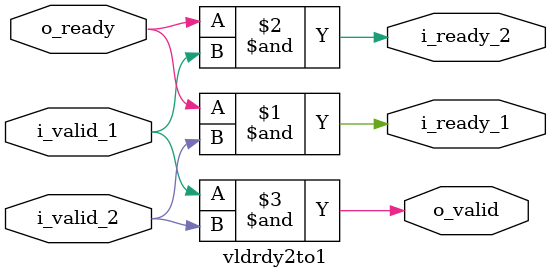
<source format=v>
module vldrdy2to1 #(
// parameter declaration
    )(
// interface declaration
    input                               i_valid_1       ,
    output                              i_ready_1       ,
    input                               i_valid_2       ,
    output                              i_ready_2       ,

    output                              o_valid         ,
    input                               o_ready
    );

// localparam declaration

// *** internal signal declaration ***

// logic description here

//generate block
assign i_ready_1 = o_ready & i_valid_2;
assign i_ready_2 = o_ready & i_valid_1;

assign o_valid = i_valid_1 & i_valid_2;

//inst submodule here

endmodule

</source>
